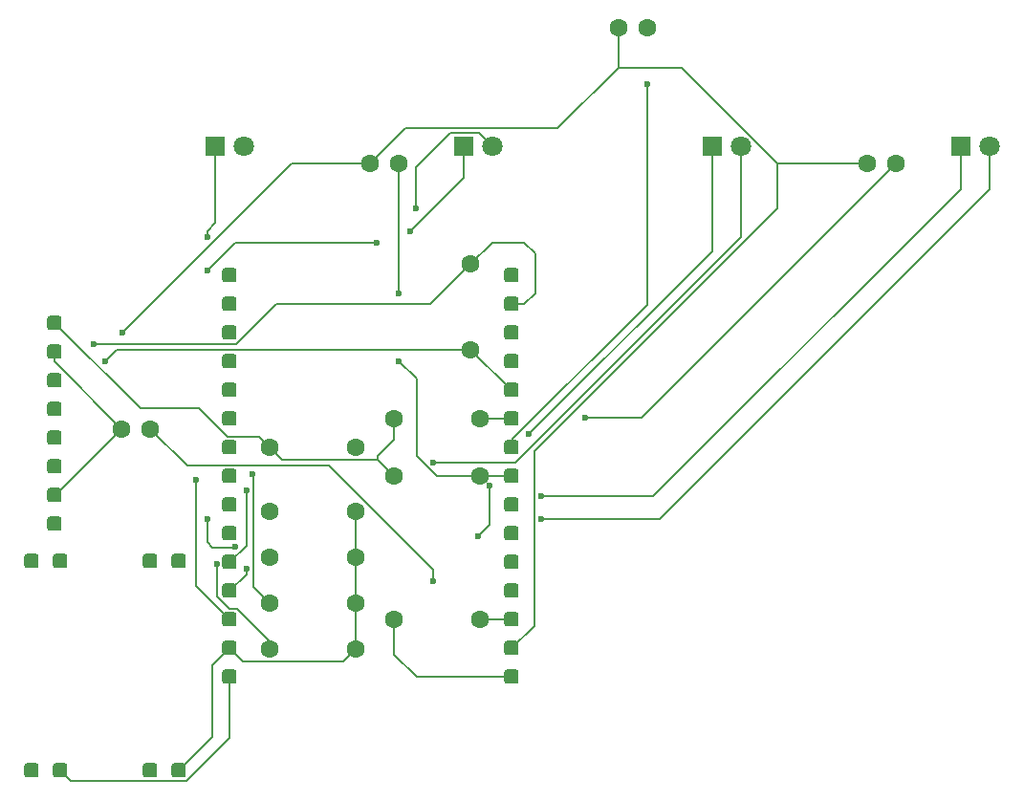
<source format=gbr>
%TF.GenerationSoftware,KiCad,Pcbnew,9.0.3*%
%TF.CreationDate,2025-08-18T22:42:58+09:00*%
%TF.ProjectId,espCon_main,65737043-6f6e-45f6-9d61-696e2e6b6963,rev?*%
%TF.SameCoordinates,Original*%
%TF.FileFunction,Copper,L1,Top*%
%TF.FilePolarity,Positive*%
%FSLAX46Y46*%
G04 Gerber Fmt 4.6, Leading zero omitted, Abs format (unit mm)*
G04 Created by KiCad (PCBNEW 9.0.3) date 2025-08-18 22:42:58*
%MOMM*%
%LPD*%
G01*
G04 APERTURE LIST*
G04 Aperture macros list*
%AMRoundRect*
0 Rectangle with rounded corners*
0 $1 Rounding radius*
0 $2 $3 $4 $5 $6 $7 $8 $9 X,Y pos of 4 corners*
0 Add a 4 corners polygon primitive as box body*
4,1,4,$2,$3,$4,$5,$6,$7,$8,$9,$2,$3,0*
0 Add four circle primitives for the rounded corners*
1,1,$1+$1,$2,$3*
1,1,$1+$1,$4,$5*
1,1,$1+$1,$6,$7*
1,1,$1+$1,$8,$9*
0 Add four rect primitives between the rounded corners*
20,1,$1+$1,$2,$3,$4,$5,0*
20,1,$1+$1,$4,$5,$6,$7,0*
20,1,$1+$1,$6,$7,$8,$9,0*
20,1,$1+$1,$8,$9,$2,$3,0*%
G04 Aperture macros list end*
%TA.AperFunction,ComponentPad*%
%ADD10C,1.600000*%
%TD*%
%TA.AperFunction,ComponentPad*%
%ADD11R,1.800000X1.800000*%
%TD*%
%TA.AperFunction,ComponentPad*%
%ADD12C,1.800000*%
%TD*%
%TA.AperFunction,ComponentPad*%
%ADD13RoundRect,0.190500X-0.444500X0.444500X-0.444500X-0.444500X0.444500X-0.444500X0.444500X0.444500X0*%
%TD*%
%TA.AperFunction,ComponentPad*%
%ADD14RoundRect,0.190500X-0.444500X-0.444500X0.444500X-0.444500X0.444500X0.444500X-0.444500X0.444500X0*%
%TD*%
%TA.AperFunction,ViaPad*%
%ADD15C,0.600000*%
%TD*%
%TA.AperFunction,Conductor*%
%ADD16C,0.200000*%
%TD*%
G04 APERTURE END LIST*
D10*
%TO.P,R5,1*%
%TO.N,Net-(ESP32_DevkitC1-3V3)*%
X112000000Y-113420000D03*
%TO.P,R5,2*%
%TO.N,Net-(ESP32_DevkitC1-D15)*%
X119620000Y-113420000D03*
%TD*%
%TO.P,R4,1*%
%TO.N,Net-(ESP32_DevkitC1-3V3)*%
X112000000Y-100720000D03*
%TO.P,R4,2*%
%TO.N,Net-(ESP32_DevkitC1-D5)*%
X119620000Y-100720000D03*
%TD*%
%TO.P,R3,1*%
%TO.N,Net-(ESP32_DevkitC1-3V3)*%
X101000000Y-98180000D03*
%TO.P,R3,2*%
%TO.N,Net-(ESP32_DevkitC1-D18)*%
X108620000Y-98180000D03*
%TD*%
%TO.P,R2,1*%
%TO.N,Net-(ESP32_DevkitC1-3V3)*%
X112000000Y-95640000D03*
%TO.P,R2,2*%
%TO.N,Net-(ESP32_DevkitC1-D19)*%
X119620000Y-95640000D03*
%TD*%
%TO.P,RV3,1*%
%TO.N,Net-(ESP32_DevkitC1-D18)*%
X134450634Y-61000000D03*
%TO.P,RV3,2*%
%TO.N,Net-(MPU1-AD0)*%
X131910634Y-61000000D03*
%TD*%
%TO.P,R_LED2,1*%
%TO.N,Net-(D2-K)*%
X101000000Y-103850000D03*
%TO.P,R_LED2,2*%
%TO.N,Net-(5VStepdown1--OUT-Pad5)*%
X108620000Y-103850000D03*
%TD*%
D11*
%TO.P,D5,1,K*%
%TO.N,Net-(D5-K)*%
X96180634Y-71500000D03*
D12*
%TO.P,D5,2,A*%
%TO.N,Net-(D5-A)*%
X98720634Y-71500000D03*
%TD*%
D11*
%TO.P,D4,1,K*%
%TO.N,Net-(D4-K)*%
X118180634Y-71500000D03*
D12*
%TO.P,D4,2,A*%
%TO.N,Net-(D4-A)*%
X120720634Y-71500000D03*
%TD*%
D13*
%TO.P,5VStepdown1,1,-IN*%
%TO.N,-BATT*%
X92990634Y-108250000D03*
%TO.P,5VStepdown1,2,-IN*%
%TO.N,unconnected-(5VStepdown1--IN-Pad2)*%
X90450634Y-108250000D03*
%TO.P,5VStepdown1,3,+IN*%
%TO.N,+BATT*%
X82450634Y-108250000D03*
%TO.P,5VStepdown1,4,+IN*%
%TO.N,unconnected-(5VStepdown1-+IN-Pad4)*%
X79910634Y-108250000D03*
%TO.P,5VStepdown1,5,-OUT*%
%TO.N,Net-(5VStepdown1--OUT-Pad5)*%
X92990634Y-126750000D03*
%TO.P,5VStepdown1,6,-OUT*%
%TO.N,unconnected-(5VStepdown1--OUT-Pad6)*%
X90450634Y-126750000D03*
%TO.P,5VStepdown1,7,+OUT*%
%TO.N,Net-(ESP32_DevkitC1-VIN)*%
X82450634Y-126750000D03*
%TO.P,5VStepdown1,8,+OUT*%
%TO.N,unconnected-(5VStepdown1-+OUT-Pad8)*%
X79910634Y-126750000D03*
%TD*%
D14*
%TO.P,ESP32_DevkitC1,1,EN*%
%TO.N,unconnected-(ESP32_DevkitC1-EN-Pad1)*%
X97450634Y-82940000D03*
%TO.P,ESP32_DevkitC1,2,VP*%
%TO.N,unconnected-(ESP32_DevkitC1-VP-Pad2)*%
X97450634Y-85480000D03*
%TO.P,ESP32_DevkitC1,3,VN*%
%TO.N,unconnected-(ESP32_DevkitC1-VN-Pad3)*%
X97450634Y-88020000D03*
%TO.P,ESP32_DevkitC1,4,D34*%
%TO.N,unconnected-(ESP32_DevkitC1-D34-Pad4)*%
X97450634Y-90560000D03*
%TO.P,ESP32_DevkitC1,5,D35*%
%TO.N,unconnected-(ESP32_DevkitC1-D35-Pad5)*%
X97450634Y-93100000D03*
%TO.P,ESP32_DevkitC1,6,D32*%
%TO.N,unconnected-(ESP32_DevkitC1-D32-Pad6)*%
X97450634Y-95640000D03*
%TO.P,ESP32_DevkitC1,7,D33*%
%TO.N,unconnected-(ESP32_DevkitC1-D33-Pad7)*%
X97450634Y-98180000D03*
%TO.P,ESP32_DevkitC1,8,D25*%
%TO.N,unconnected-(ESP32_DevkitC1-D25-Pad8)*%
X97450634Y-100720000D03*
%TO.P,ESP32_DevkitC1,9,D26*%
%TO.N,unconnected-(ESP32_DevkitC1-D26-Pad9)*%
X97450634Y-103260000D03*
%TO.P,ESP32_DevkitC1,10,D27*%
%TO.N,Net-(D2-A)*%
X97450634Y-105800000D03*
%TO.P,ESP32_DevkitC1,11,D14*%
%TO.N,Net-(D3-A)*%
X97450634Y-108340000D03*
%TO.P,ESP32_DevkitC1,12,D12*%
%TO.N,Net-(D4-A)*%
X97450634Y-110880000D03*
%TO.P,ESP32_DevkitC1,13,D13*%
%TO.N,Net-(D5-A)*%
X97450634Y-113420000D03*
%TO.P,ESP32_DevkitC1,14,GND*%
%TO.N,Net-(5VStepdown1--OUT-Pad5)*%
X97450634Y-115960000D03*
%TO.P,ESP32_DevkitC1,15,VIN*%
%TO.N,Net-(ESP32_DevkitC1-VIN)*%
X97450634Y-118500000D03*
%TO.P,ESP32_DevkitC1,16,3V3*%
%TO.N,Net-(ESP32_DevkitC1-3V3)*%
X122450634Y-118500000D03*
%TO.P,ESP32_DevkitC1,17,GND*%
%TO.N,Net-(MPU1-AD0)*%
X122450634Y-115960000D03*
%TO.P,ESP32_DevkitC1,18,D15*%
%TO.N,Net-(ESP32_DevkitC1-D15)*%
X122450634Y-113420000D03*
%TO.P,ESP32_DevkitC1,19,D2*%
%TO.N,Net-(ESP32_DevkitC1-D2)*%
X122450634Y-110880000D03*
%TO.P,ESP32_DevkitC1,20,D4*%
%TO.N,unconnected-(ESP32_DevkitC1-D4-Pad20)*%
X122450634Y-108340000D03*
%TO.P,ESP32_DevkitC1,21,D16*%
%TO.N,unconnected-(ESP32_DevkitC1-D16-Pad21)*%
X122450634Y-105800000D03*
%TO.P,ESP32_DevkitC1,22,D17*%
%TO.N,unconnected-(ESP32_DevkitC1-D17-Pad22)*%
X122450634Y-103260000D03*
%TO.P,ESP32_DevkitC1,23,D5*%
%TO.N,Net-(ESP32_DevkitC1-D5)*%
X122450634Y-100720000D03*
%TO.P,ESP32_DevkitC1,24,D18*%
%TO.N,Net-(ESP32_DevkitC1-D18)*%
X122450634Y-98180000D03*
%TO.P,ESP32_DevkitC1,25,D19*%
%TO.N,Net-(ESP32_DevkitC1-D19)*%
X122450634Y-95640000D03*
%TO.P,ESP32_DevkitC1,26,D21*%
%TO.N,Net-(ESP32_DevkitC1-D21)*%
X122450634Y-93100000D03*
%TO.P,ESP32_DevkitC1,27,RX0*%
%TO.N,unconnected-(ESP32_DevkitC1-RX0-Pad27)*%
X122450634Y-90560000D03*
%TO.P,ESP32_DevkitC1,28,TX0*%
%TO.N,unconnected-(ESP32_DevkitC1-TX0-Pad28)*%
X122450634Y-88020000D03*
%TO.P,ESP32_DevkitC1,29,D22*%
%TO.N,Net-(ESP32_DevkitC1-D22)*%
X122450634Y-85480000D03*
%TO.P,ESP32_DevkitC1,30,D23*%
%TO.N,Net-(ESP32_DevkitC1-D23)*%
X122450634Y-82940000D03*
%TD*%
D10*
%TO.P,R_LED3,1*%
%TO.N,Net-(D3-K)*%
X101000000Y-107900000D03*
%TO.P,R_LED3,2*%
%TO.N,Net-(5VStepdown1--OUT-Pad5)*%
X108620000Y-107900000D03*
%TD*%
%TO.P,RV2,1*%
%TO.N,Net-(ESP32_DevkitC1-D19)*%
X156450634Y-73000000D03*
%TO.P,RV2,2*%
%TO.N,Net-(MPU1-AD0)*%
X153910634Y-73000000D03*
%TD*%
%TO.P,RV5,1*%
%TO.N,Net-(ESP32_DevkitC1-D15)*%
X90450634Y-96500000D03*
%TO.P,RV5,2*%
%TO.N,Net-(MPU1-AD0)*%
X87910634Y-96500000D03*
%TD*%
%TO.P,R_LED5,1*%
%TO.N,Net-(D5-K)*%
X101000000Y-116000000D03*
%TO.P,R_LED5,2*%
%TO.N,Net-(5VStepdown1--OUT-Pad5)*%
X108620000Y-116000000D03*
%TD*%
D11*
%TO.P,D3,1,K*%
%TO.N,Net-(D3-K)*%
X140180634Y-71500000D03*
D12*
%TO.P,D3,2,A*%
%TO.N,Net-(D3-A)*%
X142720634Y-71500000D03*
%TD*%
D11*
%TO.P,D2,1,K*%
%TO.N,Net-(D2-K)*%
X162180634Y-71500000D03*
D12*
%TO.P,D2,2,A*%
%TO.N,Net-(D2-A)*%
X164720634Y-71500000D03*
%TD*%
D10*
%TO.P,RV4,1*%
%TO.N,Net-(ESP32_DevkitC1-D5)*%
X112450634Y-73000000D03*
%TO.P,RV4,2*%
%TO.N,Net-(MPU1-AD0)*%
X109910634Y-73000000D03*
%TD*%
%TO.P,Pullup1,1*%
%TO.N,Net-(ESP32_DevkitC1-D21)*%
X118800634Y-89500000D03*
%TO.P,Pullup1,2*%
%TO.N,Net-(ESP32_DevkitC1-D22)*%
X118800634Y-81880000D03*
%TD*%
D14*
%TO.P,MPU1,1,VCC*%
%TO.N,Net-(ESP32_DevkitC1-3V3)*%
X81950634Y-87110000D03*
%TO.P,MPU1,2,GND*%
%TO.N,Net-(MPU1-AD0)*%
X81950634Y-89650000D03*
%TO.P,MPU1,3,SCL*%
%TO.N,Net-(ESP32_DevkitC1-D22)*%
X81950634Y-92190000D03*
%TO.P,MPU1,4,SDA*%
%TO.N,Net-(ESP32_DevkitC1-D21)*%
X81950634Y-94730000D03*
%TO.P,MPU1,5,XDA*%
%TO.N,unconnected-(MPU1-XDA-Pad5)*%
X81950634Y-97270000D03*
%TO.P,MPU1,6,XCL*%
%TO.N,unconnected-(MPU1-XCL-Pad6)*%
X81950634Y-99810000D03*
%TO.P,MPU1,7,AD0*%
%TO.N,Net-(MPU1-AD0)*%
X81950634Y-102350000D03*
%TO.P,MPU1,8,INT*%
%TO.N,Net-(ESP32_DevkitC1-D2)*%
X81950634Y-104890000D03*
%TD*%
D10*
%TO.P,R_LED4,1*%
%TO.N,Net-(D4-K)*%
X101000000Y-111950000D03*
%TO.P,R_LED4,2*%
%TO.N,Net-(5VStepdown1--OUT-Pad5)*%
X108620000Y-111950000D03*
%TD*%
D15*
%TO.N,Net-(ESP32_DevkitC1-D15)*%
X115500000Y-110000000D03*
%TO.N,Net-(ESP32_DevkitC1-D22)*%
X85450634Y-89000000D03*
%TO.N,Net-(ESP32_DevkitC1-D18)*%
X134450634Y-66000000D03*
%TO.N,Net-(D2-A)*%
X125050634Y-104500000D03*
%TO.N,Net-(MPU1-AD0)*%
X87950634Y-88000000D03*
%TO.N,Net-(ESP32_DevkitC1-D5)*%
X112450634Y-90500000D03*
X112450634Y-84500000D03*
%TO.N,Net-(D3-A)*%
X98950634Y-102000000D03*
X115450634Y-99500000D03*
%TO.N,Net-(ESP32_DevkitC1-D19)*%
X128950634Y-95500000D03*
%TO.N,Net-(D4-A)*%
X95450634Y-82500000D03*
X113950634Y-77000000D03*
X97946369Y-106995735D03*
X95450634Y-104500000D03*
X110450634Y-80000000D03*
X98950634Y-108900000D03*
%TO.N,Net-(ESP32_DevkitC1-D21)*%
X86450634Y-90500000D03*
%TO.N,Net-(D2-K)*%
X125050634Y-102500000D03*
%TO.N,Net-(D3-K)*%
X119450634Y-106000000D03*
X120458033Y-101504399D03*
X123950634Y-97000000D03*
%TO.N,Net-(D4-K)*%
X99450634Y-100500000D03*
X113450634Y-79000000D03*
%TO.N,Net-(D5-K)*%
X96315634Y-108483732D03*
X95450634Y-79500000D03*
%TO.N,Net-(D5-A)*%
X94450634Y-101000000D03*
%TD*%
D16*
%TO.N,Net-(MPU1-AD0)*%
X145950634Y-77000000D02*
X145950634Y-73000000D01*
X124450634Y-98500000D02*
X145950634Y-77000000D01*
%TO.N,Net-(ESP32_DevkitC1-D22)*%
X123500000Y-80000000D02*
X120680634Y-80000000D01*
X124500000Y-84500000D02*
X124500000Y-81000000D01*
X120680634Y-80000000D02*
X118800634Y-81880000D01*
X123520000Y-85480000D02*
X124500000Y-84500000D01*
X124500000Y-81000000D02*
X123500000Y-80000000D01*
X122450634Y-85480000D02*
X123520000Y-85480000D01*
%TO.N,Net-(ESP32_DevkitC1-D5)*%
X115820691Y-100720000D02*
X119620000Y-100720000D01*
X114000000Y-98899309D02*
X115820691Y-100720000D01*
X114000000Y-92049366D02*
X114000000Y-98899309D01*
X112450634Y-90500000D02*
X114000000Y-92049366D01*
X119620000Y-100720000D02*
X122450634Y-100720000D01*
%TO.N,Net-(ESP32_DevkitC1-D19)*%
X122450634Y-95640000D02*
X119620000Y-95640000D01*
%TO.N,Net-(ESP32_DevkitC1-3V3)*%
X112000000Y-97500000D02*
X112000000Y-95640000D01*
X110561000Y-98939000D02*
X112000000Y-97500000D01*
X110561000Y-99281000D02*
X110561000Y-98939000D01*
X110561000Y-99281000D02*
X112000000Y-100720000D01*
X101000000Y-98180000D02*
X102101000Y-99281000D01*
X102101000Y-99281000D02*
X110561000Y-99281000D01*
X100064000Y-97244000D02*
X101000000Y-98180000D01*
X94704000Y-94704000D02*
X97244000Y-97244000D01*
X89544634Y-94704000D02*
X94704000Y-94704000D01*
X97244000Y-97244000D02*
X100064000Y-97244000D01*
%TO.N,Net-(5VStepdown1--OUT-Pad5)*%
X108620000Y-103850000D02*
X108620000Y-107900000D01*
X108620000Y-111950000D02*
X108620000Y-107900000D01*
X108620000Y-116000000D02*
X108620000Y-111950000D01*
X107519000Y-117101000D02*
X108620000Y-116000000D01*
X97450634Y-115960000D02*
X98591634Y-117101000D01*
X98591634Y-117101000D02*
X107519000Y-117101000D01*
%TO.N,Net-(ESP32_DevkitC1-3V3)*%
X112000000Y-116500000D02*
X112000000Y-113420000D01*
X114000000Y-118500000D02*
X112000000Y-116500000D01*
X122450634Y-118500000D02*
X114000000Y-118500000D01*
%TO.N,Net-(ESP32_DevkitC1-D15)*%
X115500000Y-109000000D02*
X115500000Y-110000000D01*
X106284000Y-99784000D02*
X115500000Y-109000000D01*
X93734634Y-99784000D02*
X106284000Y-99784000D01*
X122450634Y-113420000D02*
X119620000Y-113420000D01*
%TO.N,Net-(ESP32_DevkitC1-VIN)*%
X97450634Y-123879366D02*
X93644000Y-127686000D01*
X83386634Y-127686000D02*
X82450634Y-126750000D01*
X93644000Y-127686000D02*
X83386634Y-127686000D01*
X97450634Y-118500000D02*
X97450634Y-123879366D01*
%TO.N,Net-(5VStepdown1--OUT-Pad5)*%
X95950634Y-117460000D02*
X95950634Y-123790000D01*
X97450634Y-115960000D02*
X95950634Y-117460000D01*
X95950634Y-123790000D02*
X92990634Y-126750000D01*
%TO.N,Net-(ESP32_DevkitC1-D22)*%
X115200634Y-85480000D02*
X101580000Y-85480000D01*
X98060000Y-89000000D02*
X101580000Y-85480000D01*
X85450634Y-89000000D02*
X98060000Y-89000000D01*
X118800634Y-81880000D02*
X115200634Y-85480000D01*
X122450634Y-85480000D02*
X122400634Y-85480000D01*
%TO.N,Net-(ESP32_DevkitC1-D15)*%
X93734634Y-99784000D02*
X90450634Y-96500000D01*
%TO.N,Net-(ESP32_DevkitC1-D18)*%
X134450634Y-85500000D02*
X122450634Y-97500000D01*
X122450634Y-97500000D02*
X122450634Y-98180000D01*
X134450634Y-66000000D02*
X134450634Y-85500000D01*
%TO.N,Net-(D2-A)*%
X164720634Y-71500000D02*
X164720634Y-75279366D01*
X164720634Y-75279366D02*
X135500000Y-104500000D01*
X135500000Y-104500000D02*
X125050634Y-104500000D01*
%TO.N,Net-(MPU1-AD0)*%
X87950634Y-88000000D02*
X102950634Y-73000000D01*
X82060634Y-102350000D02*
X87910634Y-96500000D01*
X102950634Y-73000000D02*
X109910634Y-73000000D01*
X126512634Y-69898000D02*
X131910634Y-64500000D01*
X81950634Y-90540000D02*
X87910634Y-96500000D01*
X149950634Y-73000000D02*
X153910634Y-73000000D01*
X81950634Y-102350000D02*
X82060634Y-102350000D01*
X122450634Y-115960000D02*
X124450634Y-113960000D01*
X137450634Y-64500000D02*
X145950634Y-73000000D01*
X131910634Y-61000000D02*
X131910634Y-64500000D01*
X113012634Y-69898000D02*
X126512634Y-69898000D01*
X124450634Y-113960000D02*
X124450634Y-98500000D01*
X131910634Y-64500000D02*
X137450634Y-64500000D01*
X109910634Y-73000000D02*
X113012634Y-69898000D01*
X145950634Y-73000000D02*
X149950634Y-73000000D01*
X81950634Y-89650000D02*
X81950634Y-90540000D01*
%TO.N,Net-(ESP32_DevkitC1-D5)*%
X112450634Y-73000000D02*
X112450634Y-84500000D01*
X119460634Y-100720000D02*
X119340634Y-100840000D01*
%TO.N,Net-(D3-A)*%
X142720634Y-71500000D02*
X142720634Y-79499366D01*
X122720000Y-99500000D02*
X115450634Y-99500000D01*
X98950634Y-102000000D02*
X98950634Y-106840000D01*
X142720634Y-79499366D02*
X122720000Y-99500000D01*
X98950634Y-106840000D02*
X97450634Y-108340000D01*
%TO.N,Net-(ESP32_DevkitC1-D19)*%
X119500634Y-95640000D02*
X119300634Y-95840000D01*
X156450634Y-73000000D02*
X133950634Y-95500000D01*
X133950634Y-95500000D02*
X128950634Y-95500000D01*
%TO.N,Net-(D4-A)*%
X116979634Y-70299000D02*
X113950634Y-73328000D01*
X95950634Y-107000000D02*
X97942104Y-107000000D01*
X113950634Y-73328000D02*
X113950634Y-77000000D01*
X98950634Y-109380000D02*
X97450634Y-110880000D01*
X120720634Y-71500000D02*
X119519634Y-70299000D01*
X119519634Y-70299000D02*
X116979634Y-70299000D01*
X98950634Y-108900000D02*
X98950634Y-109380000D01*
X95450634Y-104500000D02*
X95450634Y-106500000D01*
X110450634Y-80000000D02*
X97950634Y-80000000D01*
X97942104Y-107000000D02*
X97946369Y-106995735D01*
X95450634Y-106500000D02*
X95950634Y-107000000D01*
X97950634Y-80000000D02*
X95450634Y-82500000D01*
%TO.N,Net-(ESP32_DevkitC1-D21)*%
X87450634Y-89500000D02*
X86450634Y-90500000D01*
X122450634Y-93100000D02*
X122400634Y-93100000D01*
X118800634Y-89500000D02*
X87450634Y-89500000D01*
X122400634Y-93100000D02*
X118800634Y-89500000D01*
%TO.N,Net-(ESP32_DevkitC1-3V3)*%
X81950634Y-87110000D02*
X89544634Y-94704000D01*
%TO.N,Net-(D2-K)*%
X134950634Y-102500000D02*
X125050634Y-102500000D01*
X162180634Y-75270000D02*
X134950634Y-102500000D01*
X162180634Y-71500000D02*
X162180634Y-75270000D01*
%TO.N,Net-(D3-K)*%
X120458033Y-101504399D02*
X120458033Y-104992601D01*
X120458033Y-104992601D02*
X119450634Y-106000000D01*
X140180634Y-71500000D02*
X140180634Y-80770000D01*
X140180634Y-80770000D02*
X123950634Y-97000000D01*
%TO.N,Net-(D4-K)*%
X99551634Y-100601000D02*
X99551634Y-110551000D01*
X118180634Y-74270000D02*
X113450634Y-79000000D01*
X99551634Y-110551000D02*
X100950634Y-111950000D01*
X118180634Y-71500000D02*
X118180634Y-74270000D01*
X99450634Y-100500000D02*
X99551634Y-100601000D01*
%TO.N,Net-(D5-K)*%
X97434634Y-112484000D02*
X98104000Y-112484000D01*
X96180634Y-71500000D02*
X96180634Y-78270000D01*
X98104000Y-112484000D02*
X100950634Y-115330634D01*
X96315634Y-111365000D02*
X97434634Y-112484000D01*
X100950634Y-115330634D02*
X100950634Y-116000000D01*
X95450634Y-79000000D02*
X95450634Y-79500000D01*
X96180634Y-78270000D02*
X95450634Y-79000000D01*
X96315634Y-108483732D02*
X96315634Y-111365000D01*
%TO.N,Net-(D5-A)*%
X94450634Y-108000000D02*
X94450634Y-101000000D01*
X94450634Y-110420000D02*
X94450634Y-108000000D01*
X97450634Y-113420000D02*
X94450634Y-110420000D01*
%TD*%
M02*

</source>
